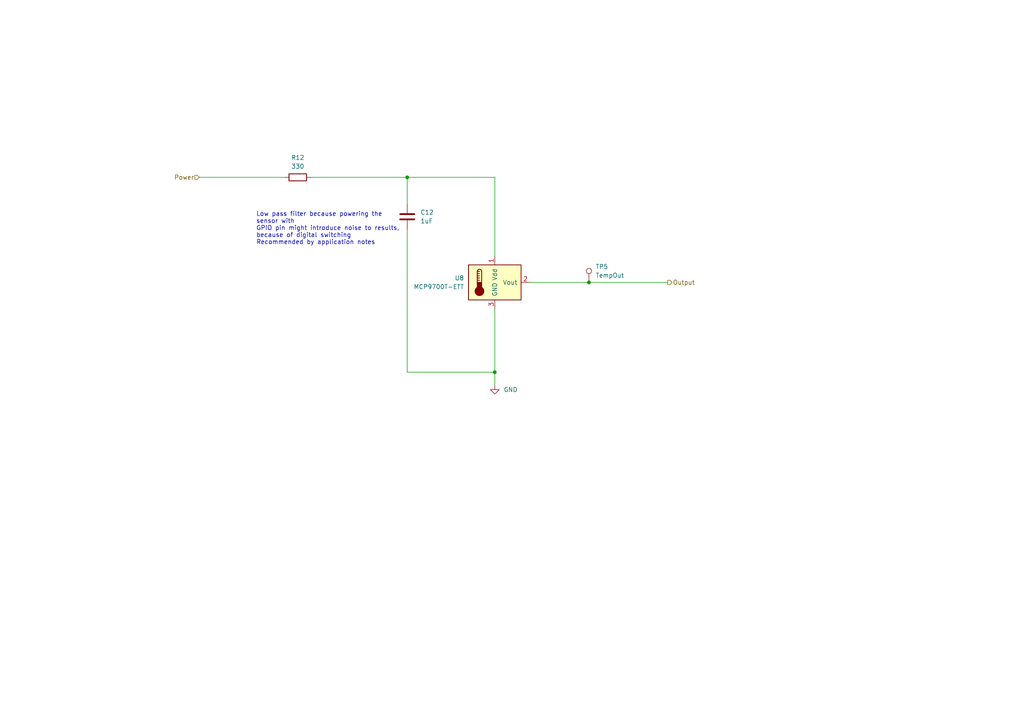
<source format=kicad_sch>
(kicad_sch (version 20211123) (generator eeschema)
  (paper "A4")
  (title_block (title "Temperature Sensor") (date "2022-03-09") (rev "v1.0") (company "University of Cape Town") (comment 4 "Author: Kelvin Yankey"))
  (lib_symbols
    (symbol "Connector:TestPoint" (pin_numbers hide) (pin_names (offset 0.762) hide)
      (property "Reference" "TP" (at 0 6.858 0))
      (property "Value" "TestPoint" (at 0 5.08 0))
      (symbol "TestPoint_0_1"
        (circle (center 0 3.302) (radius 0.762))
      )
      (symbol "TestPoint_1_1"
        (pin passive line (at 0 0 90) (length 2.54) (name "1") (number "1"))
      )
    )
    (symbol "Device:C" (pin_numbers hide) (pin_names (offset 0.254))
      (property "Reference" "C" (at 0.635 2.54 0))
      (property "Value" "C" (at 0.635 -2.54 0))
      (symbol "C_0_1"
        (polyline (pts (xy -2.032 -0.762) (xy 2.032 -0.762)) (stroke (width 0.508)))
        (polyline (pts (xy -2.032 0.762) (xy 2.032 0.762)) (stroke (width 0.508)))
      )
      (symbol "C_1_1"
        (pin passive line (at 0 3.81 270) (length 2.794) (name "~") (number "1"))
        (pin passive line (at 0 -3.81 90) (length 2.794) (name "~") (number "2"))
      )
    )
    (symbol "Device:R" (pin_numbers hide) (pin_names (offset 0))
      (property "Reference" "R" (at 2.032 0 90))
      (property "Value" "R" (at 0 0 90))
      (symbol "R_0_1"
        (rectangle (start -1.016 -2.54) (end 1.016 2.54) (stroke (width 0.254)))
      )
      (symbol "R_1_1"
        (pin passive line (at 0 3.81 270) (length 1.27) (name "~") (number "1"))
        (pin passive line (at 0 -3.81 90) (length 1.27) (name "~") (number "2"))
      )
    )
    (symbol "Sensor_Temperature:MCP9700T-ETT" (pin_names (offset 1.016))
      (property "Reference" "U" (at -6.35 6.35 0))
      (property "Value" "MCP9700T-ETT" (at 1.27 6.35 0))
      (symbol "MCP9700T-ETT_0_1"
        (rectangle (start -7.62 5.08) (end 7.62 -5.08) (stroke (width 0.254)) (fill (type background)))
        (circle (center -4.445 -2.54) (radius 1.27) (stroke (width 0.254)) (fill (type outline)))
        (rectangle (start -3.81 -1.905) (end -5.08 0) (stroke (width 0.254)) (fill (type outline)))
        (arc (start -3.81 3.175) (mid -4.445 3.81) (end -5.08 3.175) (stroke (width 0.254)))
        (polyline (pts (xy -5.08 0.635) (xy -4.445 0.635)) (stroke (width 0.254)))
        (polyline (pts (xy -5.08 1.27) (xy -4.445 1.27)) (stroke (width 0.254)))
        (polyline (pts (xy -5.08 1.905) (xy -4.445 1.905)) (stroke (width 0.254)))
        (polyline (pts (xy -5.08 2.54) (xy -4.445 2.54)) (stroke (width 0.254)))
        (polyline (pts (xy -5.08 3.175) (xy -5.08 0)) (stroke (width 0.254)))
        (polyline (pts (xy -5.08 3.175) (xy -4.445 3.175)) (stroke (width 0.254)))
        (polyline (pts (xy -3.81 3.175) (xy -3.81 0)) (stroke (width 0.254)))
      )
      (symbol "MCP9700T-ETT_1_1"
        (pin power_in line (at 0 7.62 270) (length 2.54) (name "Vdd") (number "1"))
        (pin output line (at 10.16 0 180) (length 2.54) (name "Vout") (number "2"))
        (pin power_in line (at 0 -7.62 90) (length 2.54) (name "GND") (number "3"))
      )
    )
    (symbol "power:GND" (power) (pin_names (offset 0))
      (property "Value" "GND" (at 0 -3.81 0))
      (symbol "GND_0_1"
        (polyline (pts (xy 0 0) (xy 0 -1.27) (xy 1.27 -1.27) (xy 0 -2.54) (xy -1.27 -1.27) (xy 0 -1.27)))
      )
      (symbol "GND_1_1"
        (pin power_in line (at 0 0 270) (length 0) hide (name "GND") (number "1"))
      )
    )
  )
  (junction (at 170.815 81.915))
  (junction (at 118.11 51.435))
  (junction (at 143.51 107.95))
  (wire (pts (xy 143.51 89.535) (xy 143.51 107.95)))
  (wire (pts (xy 118.11 51.435) (xy 143.51 51.435)))
  (wire (pts (xy 170.815 81.915) (xy 193.675 81.915)))
  (wire (pts (xy 118.11 51.435) (xy 118.11 59.055)))
  (wire (pts (xy 153.67 81.915) (xy 170.815 81.915)))
  (wire (pts (xy 90.17 51.435) (xy 118.11 51.435)))
  (wire (pts (xy 143.51 51.435) (xy 143.51 74.295)))
  (wire (pts (xy 143.51 107.95) (xy 118.11 107.95)))
  (wire (pts (xy 118.11 107.95) (xy 118.11 66.675)))
  (wire (pts (xy 57.785 51.435) (xy 82.55 51.435)))
  (wire (pts (xy 143.51 107.95) (xy 143.51 111.76)))
  (text "Low pass filter because powering the \nsensor with\nGPIO pin might introduce noise to results,\nbecause of digital switching\nRecommended by application notes\n" (at 74.295 71.12 0) (effects (font (size 1.27 1.27)) (justify left bottom)))
  (hierarchical_label "Output" (shape output) (at 193.675 81.915 0))
  (hierarchical_label "Power" (shape input) (at 57.785 51.435 180))
  (symbol (lib_id "Device:C") (at 118.11 62.865 0) (unit 1)
    (property "Reference" "C12" (at 121.92 61.5949 0) (effects (justify left)))
    (property "Value" "1uF" (at 121.92 64.1349 0) (effects (justify left)))
    (property "Footprint" "Capacitor_SMD:CP_Elec_5x5.3" (effects hide))
    (property "JLCPart" "C72491" (effects hide))
    (property "JLC Part #" "C72491" (effects hide))
  )
  (symbol (lib_id "power:GND") (at 143.51 111.76 0) (unit 1)
    (property "Reference" "#PWR035" (effects hide))
    (property "Value" "GND" (at 146.05 113.0299 0) (effects (justify left)))
  )
  (symbol (lib_id "Connector:TestPoint") (at 170.815 81.915 0) (unit 1)
    (property "Reference" "TP5" (at 172.72 77.3429 0) (effects (justify left)))
    (property "Value" "TempOut" (at 172.72 79.8829 0) (effects (justify left)))
    (property "Footprint" "TestPoint:TestPoint_Pad_D1.0mm" (effects hide))
  )
  (symbol (lib_id "Device:R") (at 86.36 51.435 90) (unit 1)
    (property "Reference" "R12" (at 86.36 45.72 90))
    (property "Value" "330" (at 86.36 48.26 90))
    (property "Footprint" "Resistor_SMD:R_0402_1005Metric" (effects hide))
    (property "Datasheet" "https://datasheet.lcsc.com/lcsc/2110252230_UNI-ROYAL-Uniroyal-Elec-0402WGF3300TCE_C25104.pdf" (effects hide))
    (property "JLCPart" " C25104" (effects hide))
    (property "JLC Part #" " C25104" (effects hide))
    (property "Price" "0.0007" (effects hide))
  )
  (symbol (lib_id "Sensor_Temperature:MCP9700T-ETT") (at 143.51 81.915 0) (unit 1)
    (property "Reference" "U8" (at 134.62 80.6449 0) (effects (justify right)))
    (property "Value" "MCP9700T-ETT" (at 134.62 83.1849 0) (effects (justify right)))
    (property "Footprint" "Package_TO_SOT_SMD:SOT-23" (effects hide))
    (property "Datasheet" "http://ww1.microchip.com/downloads/en/DeviceDoc/21942e.pdf" (effects hide))
    (property "JLCPart" " C42288" (effects hide))
    (property "JLC Part #" " C42288" (effects hide))
    (property "Price" "0.7397" (effects hide))
  )
)
</source>
